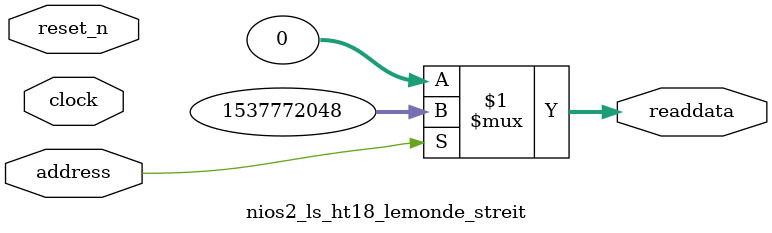
<source format=v>

`timescale 1ns / 1ps
// synthesis translate_on

// turn off superfluous verilog processor warnings 
// altera message_level Level1 
// altera message_off 10034 10035 10036 10037 10230 10240 10030 

module nios2_ls_ht18_lemonde_streit (
               // inputs:
                address,
                clock,
                reset_n,

               // outputs:
                readdata
             )
;

  output  [ 31: 0] readdata;
  input            address;
  input            clock;
  input            reset_n;

  wire    [ 31: 0] readdata;
  //control_slave, which is an e_avalon_slave
  assign readdata = address ? 1537772048 : 0;

endmodule




</source>
